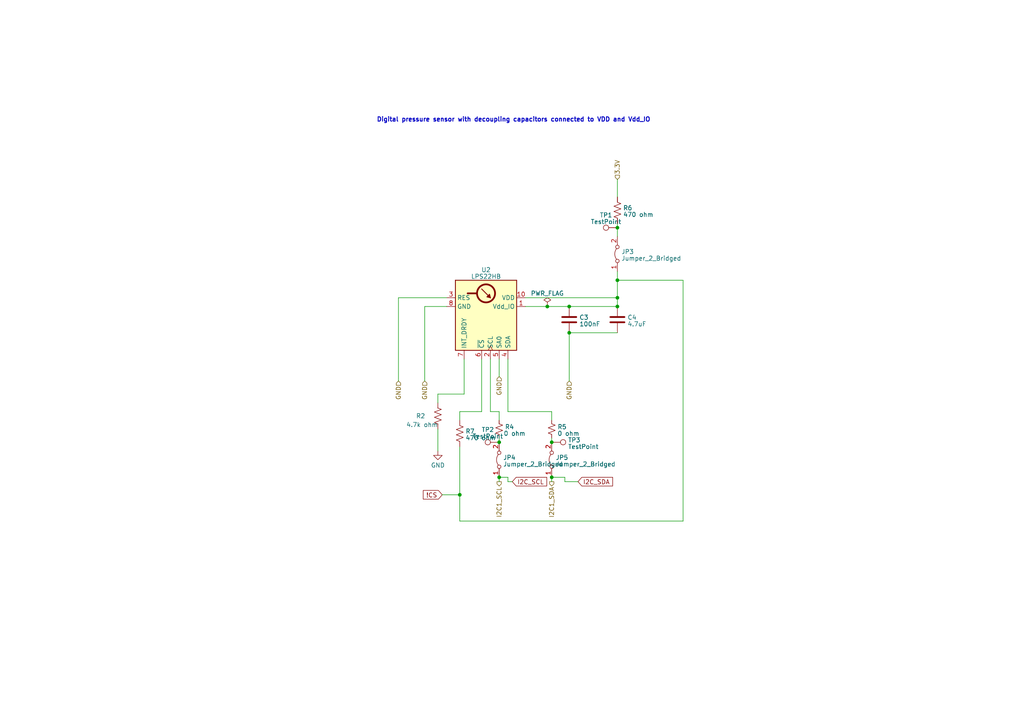
<source format=kicad_sch>
(kicad_sch (version 20230121) (generator eeschema)

  (uuid cfbae27c-98d6-4c7e-a49c-a8f7dd30e844)

  (paper "A4")

  (title_block
    (title "Pressure Sensor")
    (date "2023-03-20")
    (rev "v0.11")
    (company "University of Cape Town")
    (comment 4 "Author: Joachim Gengan")
  )

  (lib_symbols
    (symbol "Connector:TestPoint" (pin_numbers hide) (pin_names (offset 0.762) hide) (in_bom yes) (on_board yes)
      (property "Reference" "TP" (at 0 6.858 0)
        (effects (font (size 1.27 1.27)))
      )
      (property "Value" "TestPoint" (at 0 5.08 0)
        (effects (font (size 1.27 1.27)))
      )
      (property "Footprint" "" (at 5.08 0 0)
        (effects (font (size 1.27 1.27)) hide)
      )
      (property "Datasheet" "~" (at 5.08 0 0)
        (effects (font (size 1.27 1.27)) hide)
      )
      (property "ki_keywords" "test point tp" (at 0 0 0)
        (effects (font (size 1.27 1.27)) hide)
      )
      (property "ki_description" "test point" (at 0 0 0)
        (effects (font (size 1.27 1.27)) hide)
      )
      (property "ki_fp_filters" "Pin* Test*" (at 0 0 0)
        (effects (font (size 1.27 1.27)) hide)
      )
      (symbol "TestPoint_0_1"
        (circle (center 0 3.302) (radius 0.762)
          (stroke (width 0) (type default))
          (fill (type none))
        )
      )
      (symbol "TestPoint_1_1"
        (pin passive line (at 0 0 90) (length 2.54)
          (name "1" (effects (font (size 1.27 1.27))))
          (number "1" (effects (font (size 1.27 1.27))))
        )
      )
    )
    (symbol "Device:C" (pin_numbers hide) (pin_names (offset 0.254)) (in_bom yes) (on_board yes)
      (property "Reference" "C" (at 0.635 2.54 0)
        (effects (font (size 1.27 1.27)) (justify left))
      )
      (property "Value" "C" (at 0.635 -2.54 0)
        (effects (font (size 1.27 1.27)) (justify left))
      )
      (property "Footprint" "" (at 0.9652 -3.81 0)
        (effects (font (size 1.27 1.27)) hide)
      )
      (property "Datasheet" "~" (at 0 0 0)
        (effects (font (size 1.27 1.27)) hide)
      )
      (property "ki_keywords" "cap capacitor" (at 0 0 0)
        (effects (font (size 1.27 1.27)) hide)
      )
      (property "ki_description" "Unpolarized capacitor" (at 0 0 0)
        (effects (font (size 1.27 1.27)) hide)
      )
      (property "ki_fp_filters" "C_*" (at 0 0 0)
        (effects (font (size 1.27 1.27)) hide)
      )
      (symbol "C_0_1"
        (polyline
          (pts
            (xy -2.032 -0.762)
            (xy 2.032 -0.762)
          )
          (stroke (width 0.508) (type default))
          (fill (type none))
        )
        (polyline
          (pts
            (xy -2.032 0.762)
            (xy 2.032 0.762)
          )
          (stroke (width 0.508) (type default))
          (fill (type none))
        )
      )
      (symbol "C_1_1"
        (pin passive line (at 0 3.81 270) (length 2.794)
          (name "~" (effects (font (size 1.27 1.27))))
          (number "1" (effects (font (size 1.27 1.27))))
        )
        (pin passive line (at 0 -3.81 90) (length 2.794)
          (name "~" (effects (font (size 1.27 1.27))))
          (number "2" (effects (font (size 1.27 1.27))))
        )
      )
    )
    (symbol "Device:R_Small_US" (pin_numbers hide) (pin_names (offset 0.254) hide) (in_bom yes) (on_board yes)
      (property "Reference" "R" (at 0.762 0.508 0)
        (effects (font (size 1.27 1.27)) (justify left))
      )
      (property "Value" "R_Small_US" (at 0.762 -1.016 0)
        (effects (font (size 1.27 1.27)) (justify left))
      )
      (property "Footprint" "" (at 0 0 0)
        (effects (font (size 1.27 1.27)) hide)
      )
      (property "Datasheet" "~" (at 0 0 0)
        (effects (font (size 1.27 1.27)) hide)
      )
      (property "ki_keywords" "r resistor" (at 0 0 0)
        (effects (font (size 1.27 1.27)) hide)
      )
      (property "ki_description" "Resistor, small US symbol" (at 0 0 0)
        (effects (font (size 1.27 1.27)) hide)
      )
      (property "ki_fp_filters" "R_*" (at 0 0 0)
        (effects (font (size 1.27 1.27)) hide)
      )
      (symbol "R_Small_US_1_1"
        (polyline
          (pts
            (xy 0 0)
            (xy 1.016 -0.381)
            (xy 0 -0.762)
            (xy -1.016 -1.143)
            (xy 0 -1.524)
          )
          (stroke (width 0) (type default))
          (fill (type none))
        )
        (polyline
          (pts
            (xy 0 1.524)
            (xy 1.016 1.143)
            (xy 0 0.762)
            (xy -1.016 0.381)
            (xy 0 0)
          )
          (stroke (width 0) (type default))
          (fill (type none))
        )
        (pin passive line (at 0 2.54 270) (length 1.016)
          (name "~" (effects (font (size 1.27 1.27))))
          (number "1" (effects (font (size 1.27 1.27))))
        )
        (pin passive line (at 0 -2.54 90) (length 1.016)
          (name "~" (effects (font (size 1.27 1.27))))
          (number "2" (effects (font (size 1.27 1.27))))
        )
      )
    )
    (symbol "Device:R_US" (pin_numbers hide) (pin_names (offset 0)) (in_bom yes) (on_board yes)
      (property "Reference" "R" (at 2.54 0 90)
        (effects (font (size 1.27 1.27)))
      )
      (property "Value" "R_US" (at -2.54 0 90)
        (effects (font (size 1.27 1.27)))
      )
      (property "Footprint" "" (at 1.016 -0.254 90)
        (effects (font (size 1.27 1.27)) hide)
      )
      (property "Datasheet" "~" (at 0 0 0)
        (effects (font (size 1.27 1.27)) hide)
      )
      (property "ki_keywords" "R res resistor" (at 0 0 0)
        (effects (font (size 1.27 1.27)) hide)
      )
      (property "ki_description" "Resistor, US symbol" (at 0 0 0)
        (effects (font (size 1.27 1.27)) hide)
      )
      (property "ki_fp_filters" "R_*" (at 0 0 0)
        (effects (font (size 1.27 1.27)) hide)
      )
      (symbol "R_US_0_1"
        (polyline
          (pts
            (xy 0 -2.286)
            (xy 0 -2.54)
          )
          (stroke (width 0) (type default))
          (fill (type none))
        )
        (polyline
          (pts
            (xy 0 2.286)
            (xy 0 2.54)
          )
          (stroke (width 0) (type default))
          (fill (type none))
        )
        (polyline
          (pts
            (xy 0 -0.762)
            (xy 1.016 -1.143)
            (xy 0 -1.524)
            (xy -1.016 -1.905)
            (xy 0 -2.286)
          )
          (stroke (width 0) (type default))
          (fill (type none))
        )
        (polyline
          (pts
            (xy 0 0.762)
            (xy 1.016 0.381)
            (xy 0 0)
            (xy -1.016 -0.381)
            (xy 0 -0.762)
          )
          (stroke (width 0) (type default))
          (fill (type none))
        )
        (polyline
          (pts
            (xy 0 2.286)
            (xy 1.016 1.905)
            (xy 0 1.524)
            (xy -1.016 1.143)
            (xy 0 0.762)
          )
          (stroke (width 0) (type default))
          (fill (type none))
        )
      )
      (symbol "R_US_1_1"
        (pin passive line (at 0 3.81 270) (length 1.27)
          (name "~" (effects (font (size 1.27 1.27))))
          (number "1" (effects (font (size 1.27 1.27))))
        )
        (pin passive line (at 0 -3.81 90) (length 1.27)
          (name "~" (effects (font (size 1.27 1.27))))
          (number "2" (effects (font (size 1.27 1.27))))
        )
      )
    )
    (symbol "Jumper:Jumper_2_Bridged" (pin_names (offset 0) hide) (in_bom yes) (on_board yes)
      (property "Reference" "JP" (at 0 1.905 0)
        (effects (font (size 1.27 1.27)))
      )
      (property "Value" "Jumper_2_Bridged" (at 0 -2.54 0)
        (effects (font (size 1.27 1.27)))
      )
      (property "Footprint" "" (at 0 0 0)
        (effects (font (size 1.27 1.27)) hide)
      )
      (property "Datasheet" "~" (at 0 0 0)
        (effects (font (size 1.27 1.27)) hide)
      )
      (property "ki_keywords" "Jumper SPST" (at 0 0 0)
        (effects (font (size 1.27 1.27)) hide)
      )
      (property "ki_description" "Jumper, 2-pole, closed/bridged" (at 0 0 0)
        (effects (font (size 1.27 1.27)) hide)
      )
      (property "ki_fp_filters" "Jumper* TestPoint*2Pads* TestPoint*Bridge*" (at 0 0 0)
        (effects (font (size 1.27 1.27)) hide)
      )
      (symbol "Jumper_2_Bridged_0_0"
        (circle (center -2.032 0) (radius 0.508)
          (stroke (width 0) (type default))
          (fill (type none))
        )
        (circle (center 2.032 0) (radius 0.508)
          (stroke (width 0) (type default))
          (fill (type none))
        )
      )
      (symbol "Jumper_2_Bridged_0_1"
        (arc (start 1.524 0.254) (mid 0 0.762) (end -1.524 0.254)
          (stroke (width 0) (type default))
          (fill (type none))
        )
      )
      (symbol "Jumper_2_Bridged_1_1"
        (pin passive line (at -5.08 0 0) (length 2.54)
          (name "A" (effects (font (size 1.27 1.27))))
          (number "1" (effects (font (size 1.27 1.27))))
        )
        (pin passive line (at 5.08 0 180) (length 2.54)
          (name "B" (effects (font (size 1.27 1.27))))
          (number "2" (effects (font (size 1.27 1.27))))
        )
      )
    )
    (symbol "Sensor_Pressure:LPS22HB" (in_bom yes) (on_board yes)
      (property "Reference" "U" (at -11.43 1.27 0)
        (effects (font (size 1.27 1.27)) (justify right))
      )
      (property "Value" "LPS22HB" (at -11.43 -1.27 0)
        (effects (font (size 1.27 1.27)) (justify right))
      )
      (property "Footprint" "Package_LGA:ST_HLGA-10_2.5x2.5mm_P0.6mm_LayoutBorder3x2y" (at 1.27 -11.43 0)
        (effects (font (size 1.27 1.27)) (justify left) hide)
      )
      (property "Datasheet" "https://www.st.com/resource/en/datasheet/lps22hb.pdf" (at 1.27 -13.97 0)
        (effects (font (size 1.27 1.27)) (justify left) hide)
      )
      (property "ki_keywords" "mems absolute baromeeter spi i2c pressure" (at 0 0 0)
        (effects (font (size 1.27 1.27)) hide)
      )
      (property "ki_description" "MEMS nano pressure sensor, 260-1260 hPa, absolute digital output baromeeter, 24 bit, SPI, I2C, 0.0075 hPa noise rms, ST_HLGA-10L" (at 0 0 0)
        (effects (font (size 1.27 1.27)) hide)
      )
      (property "ki_fp_filters" "ST?HLGA*2.5x2.5mm*P0.6mm*LayoutBorder3x2y*" (at 0 0 0)
        (effects (font (size 1.27 1.27)) hide)
      )
      (symbol "LPS22HB_0_1"
        (rectangle (start -10.16 10.16) (end 10.16 -7.62)
          (stroke (width 0.254) (type default))
          (fill (type background))
        )
        (circle (center -6.35 1.27) (radius 2.6162)
          (stroke (width 0.508) (type default))
          (fill (type none))
        )
        (polyline
          (pts
            (xy -7.62 0)
            (xy -5.08 2.54)
          )
          (stroke (width 0.254) (type default))
          (fill (type none))
        )
        (polyline
          (pts
            (xy -6.35 -1.524)
            (xy -6.35 -4.064)
          )
          (stroke (width 0.508) (type default))
          (fill (type none))
        )
        (polyline
          (pts
            (xy -5.08 2.54)
            (xy -5.334 1.524)
            (xy -6.096 2.286)
            (xy -5.08 2.54)
          )
          (stroke (width 0.254) (type default))
          (fill (type outline))
        )
      )
      (symbol "LPS22HB_1_1"
        (pin power_in line (at -2.54 12.7 270) (length 2.54)
          (name "Vdd_IO" (effects (font (size 1.27 1.27))))
          (number "1" (effects (font (size 1.27 1.27))))
        )
        (pin power_in line (at -5.08 12.7 270) (length 2.54)
          (name "VDD" (effects (font (size 1.27 1.27))))
          (number "10" (effects (font (size 1.27 1.27))))
        )
        (pin input clock (at 12.7 2.54 180) (length 2.54)
          (name "SCL" (effects (font (size 1.27 1.27))))
          (number "2" (effects (font (size 1.27 1.27))))
          (alternate "SPC" input clock)
        )
        (pin passive line (at -5.08 -10.16 90) (length 2.54)
          (name "RES" (effects (font (size 1.27 1.27))))
          (number "3" (effects (font (size 1.27 1.27))))
        )
        (pin bidirectional line (at 12.7 7.62 180) (length 2.54)
          (name "SDA" (effects (font (size 1.27 1.27))))
          (number "4" (effects (font (size 1.27 1.27))))
          (alternate "SDI" input line)
          (alternate "SDI/SDO" bidirectional line)
        )
        (pin input line (at 12.7 5.08 180) (length 2.54)
          (name "SA0" (effects (font (size 1.27 1.27))))
          (number "5" (effects (font (size 1.27 1.27))))
          (alternate "SDO" output line)
        )
        (pin input line (at 12.7 0 180) (length 2.54)
          (name "~{CS}" (effects (font (size 1.27 1.27))))
          (number "6" (effects (font (size 1.27 1.27))))
        )
        (pin output line (at 12.7 -5.08 180) (length 2.54)
          (name "INT_DRDY" (effects (font (size 1.27 1.27))))
          (number "7" (effects (font (size 1.27 1.27))))
        )
        (pin power_in line (at -2.54 -10.16 90) (length 2.54)
          (name "GND" (effects (font (size 1.27 1.27))))
          (number "8" (effects (font (size 1.27 1.27))))
        )
        (pin passive line (at -2.54 -10.16 90) (length 2.54) hide
          (name "GND" (effects (font (size 1.27 1.27))))
          (number "9" (effects (font (size 1.27 1.27))))
        )
      )
    )
    (symbol "power:GND" (power) (pin_names (offset 0)) (in_bom yes) (on_board yes)
      (property "Reference" "#PWR" (at 0 -6.35 0)
        (effects (font (size 1.27 1.27)) hide)
      )
      (property "Value" "GND" (at 0 -3.81 0)
        (effects (font (size 1.27 1.27)))
      )
      (property "Footprint" "" (at 0 0 0)
        (effects (font (size 1.27 1.27)) hide)
      )
      (property "Datasheet" "" (at 0 0 0)
        (effects (font (size 1.27 1.27)) hide)
      )
      (property "ki_keywords" "global power" (at 0 0 0)
        (effects (font (size 1.27 1.27)) hide)
      )
      (property "ki_description" "Power symbol creates a global label with name \"GND\" , ground" (at 0 0 0)
        (effects (font (size 1.27 1.27)) hide)
      )
      (symbol "GND_0_1"
        (polyline
          (pts
            (xy 0 0)
            (xy 0 -1.27)
            (xy 1.27 -1.27)
            (xy 0 -2.54)
            (xy -1.27 -1.27)
            (xy 0 -1.27)
          )
          (stroke (width 0) (type default))
          (fill (type none))
        )
      )
      (symbol "GND_1_1"
        (pin power_in line (at 0 0 270) (length 0) hide
          (name "GND" (effects (font (size 1.27 1.27))))
          (number "1" (effects (font (size 1.27 1.27))))
        )
      )
    )
    (symbol "power:PWR_FLAG" (power) (pin_numbers hide) (pin_names (offset 0) hide) (in_bom yes) (on_board yes)
      (property "Reference" "#FLG" (at 0 1.905 0)
        (effects (font (size 1.27 1.27)) hide)
      )
      (property "Value" "PWR_FLAG" (at 0 3.81 0)
        (effects (font (size 1.27 1.27)))
      )
      (property "Footprint" "" (at 0 0 0)
        (effects (font (size 1.27 1.27)) hide)
      )
      (property "Datasheet" "~" (at 0 0 0)
        (effects (font (size 1.27 1.27)) hide)
      )
      (property "ki_keywords" "flag power" (at 0 0 0)
        (effects (font (size 1.27 1.27)) hide)
      )
      (property "ki_description" "Special symbol for telling ERC where power comes from" (at 0 0 0)
        (effects (font (size 1.27 1.27)) hide)
      )
      (symbol "PWR_FLAG_0_0"
        (pin power_out line (at 0 0 90) (length 0)
          (name "pwr" (effects (font (size 1.27 1.27))))
          (number "1" (effects (font (size 1.27 1.27))))
        )
      )
      (symbol "PWR_FLAG_0_1"
        (polyline
          (pts
            (xy 0 0)
            (xy 0 1.27)
            (xy -1.016 1.905)
            (xy 0 2.54)
            (xy 1.016 1.905)
            (xy 0 1.27)
          )
          (stroke (width 0) (type default))
          (fill (type none))
        )
      )
    )
  )


  (junction (at 160.02 128.27) (diameter 0) (color 0 0 0 0)
    (uuid 0b40a272-0b0e-4500-8075-27ed33ea8c4c)
  )
  (junction (at 165.1 88.9) (diameter 0) (color 0 0 0 0)
    (uuid 1539e97f-dfd9-4ff1-bd29-df2b452b68e2)
  )
  (junction (at 133.35 143.51) (diameter 0) (color 0 0 0 0)
    (uuid 48dbe074-06c7-44e1-a1b3-d16aea7b4928)
  )
  (junction (at 179.07 88.9) (diameter 0) (color 0 0 0 0)
    (uuid 497646f2-b2b7-4eeb-97ad-68a12b98660f)
  )
  (junction (at 179.07 66.04) (diameter 0) (color 0 0 0 0)
    (uuid 7d014ebd-af1d-4b6a-b451-6078c905e226)
  )
  (junction (at 144.78 128.27) (diameter 0) (color 0 0 0 0)
    (uuid 9e5a6c4a-f34f-4ffc-a3da-b472720b6f60)
  )
  (junction (at 179.07 86.36) (diameter 0) (color 0 0 0 0)
    (uuid 9ef8ba56-3553-4766-a6f1-e6f295b3dc69)
  )
  (junction (at 160.02 138.43) (diameter 0) (color 0 0 0 0)
    (uuid ae6f55ff-115b-474b-ab0b-848adf9671e0)
  )
  (junction (at 158.75 88.9) (diameter 0) (color 0 0 0 0)
    (uuid b7253418-ceb0-45eb-b6e1-b772de90e2da)
  )
  (junction (at 179.07 81.28) (diameter 0) (color 0 0 0 0)
    (uuid c032991d-2229-4740-975c-3e973204ba4e)
  )
  (junction (at 144.78 138.43) (diameter 0) (color 0 0 0 0)
    (uuid d44c5d69-9d87-46dd-aa13-a5e5b4fb4c94)
  )
  (junction (at 165.1 96.52) (diameter 0) (color 0 0 0 0)
    (uuid fc0e16be-96a0-43c3-be72-ff5bc718ae0f)
  )

  (wire (pts (xy 165.1 96.52) (xy 165.1 110.49))
    (stroke (width 0) (type default))
    (uuid 0b142bc0-d8cf-4d8e-abd3-e56d04f068de)
  )
  (wire (pts (xy 129.54 88.9) (xy 123.19 88.9))
    (stroke (width 0) (type default))
    (uuid 10175b7d-c596-4d91-88ad-7af45cac45af)
  )
  (wire (pts (xy 198.12 81.28) (xy 198.12 151.13))
    (stroke (width 0) (type default))
    (uuid 13e5438b-defe-4606-b483-98245a3f5fee)
  )
  (wire (pts (xy 152.4 88.9) (xy 158.75 88.9))
    (stroke (width 0) (type default))
    (uuid 159148ab-e725-4894-a412-f7064f1cf60b)
  )
  (wire (pts (xy 127 124.46) (xy 127 130.81))
    (stroke (width 0) (type default))
    (uuid 1dbbf0a0-c42d-48a2-a735-f0ca7f8d5fca)
  )
  (wire (pts (xy 160.02 127) (xy 160.02 128.27))
    (stroke (width 0) (type default))
    (uuid 20627b45-7c13-4c53-99b5-7f927c6b11d3)
  )
  (wire (pts (xy 128.27 143.51) (xy 133.35 143.51))
    (stroke (width 0) (type default))
    (uuid 24c8be36-d9a1-4be8-b78d-8a8dafccccfc)
  )
  (wire (pts (xy 123.19 88.9) (xy 123.19 110.49))
    (stroke (width 0) (type default))
    (uuid 265e8514-d355-4477-b0d1-d6e620caceb6)
  )
  (wire (pts (xy 179.07 66.04) (xy 179.07 68.58))
    (stroke (width 0) (type default))
    (uuid 29873fc6-d98a-4bd5-91c4-8b9ecf2b2688)
  )
  (wire (pts (xy 179.07 52.07) (xy 179.07 57.15))
    (stroke (width 0) (type default))
    (uuid 2a8d4a58-57b6-46c1-994c-360afd7e3cc0)
  )
  (wire (pts (xy 147.32 104.14) (xy 147.32 119.38))
    (stroke (width 0) (type default))
    (uuid 2bda5773-18a1-439b-8ca4-85fb1664962d)
  )
  (wire (pts (xy 133.35 119.38) (xy 139.7 119.38))
    (stroke (width 0) (type default))
    (uuid 3427e046-920f-4c45-a205-0b6fdc0dc2dd)
  )
  (wire (pts (xy 165.1 88.9) (xy 179.07 88.9))
    (stroke (width 0) (type default))
    (uuid 35354f51-7825-4711-83e9-cf842acd5961)
  )
  (wire (pts (xy 144.78 138.43) (xy 147.32 138.43))
    (stroke (width 0) (type default))
    (uuid 3897baa0-a308-42ef-a732-ee822d6b492c)
  )
  (wire (pts (xy 139.7 104.14) (xy 139.7 119.38))
    (stroke (width 0) (type default))
    (uuid 397acda0-3206-45ed-8ae8-95d65e4b37ce)
  )
  (wire (pts (xy 152.4 86.36) (xy 179.07 86.36))
    (stroke (width 0) (type default))
    (uuid 3af5dfbe-a42a-45a4-83f4-245a6a931a44)
  )
  (wire (pts (xy 158.75 88.9) (xy 165.1 88.9))
    (stroke (width 0) (type default))
    (uuid 3e5864cc-d481-475c-9597-96d36b826719)
  )
  (wire (pts (xy 160.02 138.43) (xy 163.83 138.43))
    (stroke (width 0) (type default))
    (uuid 3fe9f5b7-37b2-4e2f-aceb-751d8c5176f7)
  )
  (wire (pts (xy 133.35 129.54) (xy 133.35 143.51))
    (stroke (width 0) (type default))
    (uuid 46f705be-c714-4a3f-ab11-ae3adf34229a)
  )
  (wire (pts (xy 133.35 143.51) (xy 133.35 151.13))
    (stroke (width 0) (type default))
    (uuid 49b61153-9599-4589-bea9-3deeab1a0ed0)
  )
  (wire (pts (xy 129.54 86.36) (xy 115.57 86.36))
    (stroke (width 0) (type default))
    (uuid 4d155507-fdfd-4315-8eff-1f6ab0e93953)
  )
  (wire (pts (xy 144.78 127) (xy 144.78 128.27))
    (stroke (width 0) (type default))
    (uuid 4ffe3cb3-cd39-4050-8399-5460ddee13eb)
  )
  (wire (pts (xy 179.07 78.74) (xy 179.07 81.28))
    (stroke (width 0) (type default))
    (uuid 5076b2f4-f26b-49b7-b5db-4d1160410b3b)
  )
  (wire (pts (xy 179.07 81.28) (xy 198.12 81.28))
    (stroke (width 0) (type default))
    (uuid 5e101ebc-dde0-4660-8dde-a9aea91bd7e6)
  )
  (wire (pts (xy 147.32 139.7) (xy 148.59 139.7))
    (stroke (width 0) (type default))
    (uuid 700c1ae6-9480-41d0-9a89-29fe1183d699)
  )
  (wire (pts (xy 133.35 151.13) (xy 198.12 151.13))
    (stroke (width 0) (type default))
    (uuid 79931079-5698-41b1-8797-27a4eea1fc66)
  )
  (wire (pts (xy 127 114.3) (xy 134.62 114.3))
    (stroke (width 0) (type default))
    (uuid 80988b4d-2dca-411c-a83f-a979a2b55ae3)
  )
  (wire (pts (xy 147.32 119.38) (xy 160.02 119.38))
    (stroke (width 0) (type default))
    (uuid 8b0d100e-e10e-4240-bd22-0a064fac2761)
  )
  (wire (pts (xy 115.57 86.36) (xy 115.57 110.49))
    (stroke (width 0) (type default))
    (uuid 943e098a-d660-40e6-ab2c-661347a152c3)
  )
  (wire (pts (xy 144.78 138.43) (xy 144.78 139.7))
    (stroke (width 0) (type default))
    (uuid 9af13709-c236-44ca-8154-98e367f7aad0)
  )
  (wire (pts (xy 144.78 104.14) (xy 144.78 109.22))
    (stroke (width 0) (type default))
    (uuid a20b5a18-52a8-4c7c-bc24-2b376bd74997)
  )
  (wire (pts (xy 142.24 104.14) (xy 142.24 119.38))
    (stroke (width 0) (type default))
    (uuid b5da7261-1cc2-4b11-91f6-437d969a964b)
  )
  (wire (pts (xy 127 116.84) (xy 127 114.3))
    (stroke (width 0) (type default))
    (uuid bd383895-681f-43da-acf8-b1f48ae39acc)
  )
  (wire (pts (xy 133.35 119.38) (xy 133.35 121.92))
    (stroke (width 0) (type default))
    (uuid bff9957d-90b4-4167-951b-46a2220d1338)
  )
  (wire (pts (xy 134.62 104.14) (xy 134.62 114.3))
    (stroke (width 0) (type default))
    (uuid c4dd1ce5-5bf3-4cf1-aa1b-0e34054d9f98)
  )
  (wire (pts (xy 179.07 81.28) (xy 179.07 86.36))
    (stroke (width 0) (type default))
    (uuid c79f0a61-0cfd-4da5-bf55-bd7b1fd12829)
  )
  (wire (pts (xy 147.32 138.43) (xy 147.32 139.7))
    (stroke (width 0) (type default))
    (uuid cde98dc8-2101-45f7-8f13-c6c0250b7448)
  )
  (wire (pts (xy 163.83 139.7) (xy 167.64 139.7))
    (stroke (width 0) (type default))
    (uuid d16fb538-1612-437b-b5dd-5cbf557bb21b)
  )
  (wire (pts (xy 160.02 119.38) (xy 160.02 121.92))
    (stroke (width 0) (type default))
    (uuid da985fdd-2660-4a79-a03c-4560ee8746a6)
  )
  (wire (pts (xy 179.07 64.77) (xy 179.07 66.04))
    (stroke (width 0) (type default))
    (uuid e02c6bdc-ee30-4f8a-bdbc-f8933503b92f)
  )
  (wire (pts (xy 144.78 119.38) (xy 144.78 121.92))
    (stroke (width 0) (type default))
    (uuid e1920809-70af-46b9-af9f-0521f0333646)
  )
  (wire (pts (xy 165.1 96.52) (xy 179.07 96.52))
    (stroke (width 0) (type default))
    (uuid f0dae27e-2060-490e-8d77-4af4eabe4767)
  )
  (wire (pts (xy 142.24 119.38) (xy 144.78 119.38))
    (stroke (width 0) (type default))
    (uuid f0f1bb0f-dbb8-4f11-9586-6e35d46347a9)
  )
  (wire (pts (xy 179.07 86.36) (xy 179.07 88.9))
    (stroke (width 0) (type default))
    (uuid f207f9e8-42ba-42d2-b910-3758aa812868)
  )
  (wire (pts (xy 163.83 138.43) (xy 163.83 139.7))
    (stroke (width 0) (type default))
    (uuid f9bdb53a-7751-427d-afbe-c38bf6499f37)
  )
  (wire (pts (xy 160.02 138.43) (xy 160.02 139.7))
    (stroke (width 0) (type default))
    (uuid ffe018ed-b358-4e52-8049-96472fe76f98)
  )

  (text "Digital pressure sensor with decoupling capacitors connected to VDD and Vdd_IO\n"
    (at 109.22 35.56 0)
    (effects (font (size 1.27 1.27) (thickness 0.254) bold) (justify left bottom))
    (uuid 8b46911d-1353-48f4-b11d-9e06af943e89)
  )

  (global_label "!CS" (shape input) (at 128.27 143.51 180) (fields_autoplaced)
    (effects (font (size 1.27 1.27)) (justify right))
    (uuid 2fc98569-ad26-4116-9937-57b98f22dc66)
    (property "Intersheetrefs" "${INTERSHEET_REFS}" (at 122.9341 143.51 0)
      (effects (font (size 1.27 1.27)) (justify right) hide)
    )
  )
  (global_label "I2C_SCL" (shape input) (at 148.59 139.7 0) (fields_autoplaced)
    (effects (font (size 1.27 1.27)) (justify left))
    (uuid 4f3a1ba0-d3dc-49c6-9ca5-d91f541d1e87)
    (property "Intersheetrefs" "${INTERSHEET_REFS}" (at 158.4011 139.7 0)
      (effects (font (size 1.27 1.27)) (justify left) hide)
    )
  )
  (global_label "I2C_SDA" (shape input) (at 167.64 139.7 0) (fields_autoplaced)
    (effects (font (size 1.27 1.27)) (justify left))
    (uuid f3f635f3-0ddb-4642-8d60-a7ea39a42859)
    (property "Intersheetrefs" "${INTERSHEET_REFS}" (at 177.5116 139.7 0)
      (effects (font (size 1.27 1.27)) (justify left) hide)
    )
  )

  (hierarchical_label "GND" (shape input) (at 144.78 109.22 270) (fields_autoplaced)
    (effects (font (size 1.27 1.27)) (justify right))
    (uuid 2873433d-14df-4c95-880b-b942e8997bfc)
  )
  (hierarchical_label "I2C1_SDA" (shape output) (at 160.02 139.7 270) (fields_autoplaced)
    (effects (font (size 1.27 1.27)) (justify right))
    (uuid 35ad67eb-13a0-432f-9951-9a1e814a312a)
  )
  (hierarchical_label "GND" (shape input) (at 115.57 110.49 270) (fields_autoplaced)
    (effects (font (size 1.27 1.27)) (justify right))
    (uuid 4174552d-5d5a-4029-857b-f3090494a208)
  )
  (hierarchical_label "GND" (shape input) (at 123.19 110.49 270) (fields_autoplaced)
    (effects (font (size 1.27 1.27)) (justify right))
    (uuid b85ed94a-c20e-4e23-9651-160efb1c4116)
  )
  (hierarchical_label "3.3V" (shape input) (at 179.07 52.07 90) (fields_autoplaced)
    (effects (font (size 1.27 1.27)) (justify left))
    (uuid bdb8a3d1-344a-4941-9e6d-ba6365f4078a)
  )
  (hierarchical_label "GND" (shape input) (at 165.1 110.49 270) (fields_autoplaced)
    (effects (font (size 1.27 1.27)) (justify right))
    (uuid e351fe60-109b-4caa-9f0d-cbd269eb2c56)
  )
  (hierarchical_label "I2C1_SCL" (shape output) (at 144.78 139.7 270) (fields_autoplaced)
    (effects (font (size 1.27 1.27)) (justify right))
    (uuid e5e9fb95-e2d1-4c58-9122-bf8529682194)
  )

  (symbol (lib_id "Jumper:Jumper_2_Bridged") (at 144.78 133.35 90) (unit 1)
    (in_bom yes) (on_board yes) (dnp no) (fields_autoplaced)
    (uuid 0599d41d-57ae-4bcb-906a-9170e0d80c66)
    (property "Reference" "JP4" (at 145.923 132.7063 90)
      (effects (font (size 1.27 1.27)) (justify right))
    )
    (property "Value" "Jumper_2_Bridged" (at 145.923 134.6273 90)
      (effects (font (size 1.27 1.27)) (justify right))
    )
    (property "Footprint" "Jumper:SolderJumper-2_P1.3mm_Bridged2Bar_Pad1.0x1.5mm" (at 144.78 133.35 0)
      (effects (font (size 1.27 1.27)) hide)
    )
    (property "Datasheet" "~" (at 144.78 133.35 0)
      (effects (font (size 1.27 1.27)) hide)
    )
    (pin "1" (uuid a1219931-d2f5-40f7-8978-7dcb481668ff))
    (pin "2" (uuid f6fe4596-d8e7-4ae0-ba9f-10c6914ba704))
    (instances
      (project "main_v0.6"
        (path "/fb343421-d6b0-4cce-ac68-099621c469ba/00000000-0000-0000-0000-00006404a750"
          (reference "JP4") (unit 1)
        )
      )
    )
  )

  (symbol (lib_id "Device:C") (at 179.07 92.71 0) (unit 1)
    (in_bom yes) (on_board yes) (dnp no) (fields_autoplaced)
    (uuid 122ec4c5-f3a5-42a3-b61a-b5a43444da18)
    (property "Reference" "C4" (at 181.991 92.0663 0)
      (effects (font (size 1.27 1.27)) (justify left))
    )
    (property "Value" "4.7uF" (at 181.991 93.9873 0)
      (effects (font (size 1.27 1.27)) (justify left))
    )
    (property "Footprint" "Capacitor_SMD:C_0805_2012Metric" (at 180.0352 96.52 0)
      (effects (font (size 1.27 1.27)) hide)
    )
    (property "Datasheet" "~" (at 179.07 92.71 0)
      (effects (font (size 1.27 1.27)) hide)
    )
    (property "Cost Per unit" "US$0.0112" (at 179.07 92.71 0)
      (effects (font (size 1.27 1.27)) hide)
    )
    (property "JLC Part Number" "C1779" (at 179.07 92.71 0)
      (effects (font (size 1.27 1.27)) hide)
    )
    (property "Total Cost" "US$0.0112" (at 179.07 92.71 0)
      (effects (font (size 1.27 1.27)) hide)
    )
    (pin "1" (uuid fcac6653-48af-4577-b13b-04a89b0fe844))
    (pin "2" (uuid 95927f1e-637b-4bd7-8611-67f3d19ae2ab))
    (instances
      (project "main_v0.6"
        (path "/fb343421-d6b0-4cce-ac68-099621c469ba/00000000-0000-0000-0000-00006404a750"
          (reference "C4") (unit 1)
        )
      )
    )
  )

  (symbol (lib_id "Device:R_Small_US") (at 144.78 124.46 0) (unit 1)
    (in_bom yes) (on_board yes) (dnp no)
    (uuid 1541bd8b-05ef-40a9-990f-2a9040f8d617)
    (property "Reference" "R4" (at 146.431 123.8163 0)
      (effects (font (size 1.27 1.27)) (justify left))
    )
    (property "Value" "0 ohm" (at 146.05 125.73 0)
      (effects (font (size 1.27 1.27)) (justify left))
    )
    (property "Footprint" "Resistor_SMD:R_0603_1608Metric" (at 144.78 124.46 0)
      (effects (font (size 1.27 1.27)) hide)
    )
    (property "Datasheet" "~" (at 144.78 124.46 0)
      (effects (font (size 1.27 1.27)) hide)
    )
    (property "Cost Per unit" "US$0.0005" (at 144.78 124.46 0)
      (effects (font (size 1.27 1.27)) hide)
    )
    (property "JLC Part Number" "NA" (at 144.78 124.46 0)
      (effects (font (size 1.27 1.27)) hide)
    )
    (property "Total Cost" "US$0.0015" (at 144.78 124.46 0)
      (effects (font (size 1.27 1.27)) hide)
    )
    (pin "1" (uuid 72aba36b-7bfc-43e5-98ff-4bcc2f2fc753))
    (pin "2" (uuid a8e2e62c-08f2-4c96-ac6e-81d0fb208b5a))
    (instances
      (project "main_v0.6"
        (path "/fb343421-d6b0-4cce-ac68-099621c469ba/00000000-0000-0000-0000-00006404a750"
          (reference "R4") (unit 1)
        )
      )
    )
  )

  (symbol (lib_id "Jumper:Jumper_2_Bridged") (at 179.07 73.66 90) (unit 1)
    (in_bom yes) (on_board yes) (dnp no) (fields_autoplaced)
    (uuid 1a1a5b0c-f037-4918-9c59-f0c922f2293d)
    (property "Reference" "JP3" (at 180.213 73.0163 90)
      (effects (font (size 1.27 1.27)) (justify right))
    )
    (property "Value" "Jumper_2_Bridged" (at 180.213 74.9373 90)
      (effects (font (size 1.27 1.27)) (justify right))
    )
    (property "Footprint" "Jumper:SolderJumper-2_P1.3mm_Bridged2Bar_Pad1.0x1.5mm" (at 179.07 73.66 0)
      (effects (font (size 1.27 1.27)) hide)
    )
    (property "Datasheet" "~" (at 179.07 73.66 0)
      (effects (font (size 1.27 1.27)) hide)
    )
    (pin "1" (uuid fe6d389e-b751-4ba0-9275-56534d68330c))
    (pin "2" (uuid 8796ec77-fb41-4066-b307-e92ac58c0812))
    (instances
      (project "main_v0.6"
        (path "/fb343421-d6b0-4cce-ac68-099621c469ba/00000000-0000-0000-0000-00006404a750"
          (reference "JP3") (unit 1)
        )
      )
    )
  )

  (symbol (lib_id "Device:R_Small_US") (at 160.02 124.46 0) (unit 1)
    (in_bom yes) (on_board yes) (dnp no) (fields_autoplaced)
    (uuid 3021662f-37f7-4fbf-966a-54f08074391a)
    (property "Reference" "R5" (at 161.671 123.8163 0)
      (effects (font (size 1.27 1.27)) (justify left))
    )
    (property "Value" "0 ohm" (at 161.671 125.7373 0)
      (effects (font (size 1.27 1.27)) (justify left))
    )
    (property "Footprint" "Resistor_SMD:R_0603_1608Metric" (at 160.02 124.46 0)
      (effects (font (size 1.27 1.27)) hide)
    )
    (property "Datasheet" "~" (at 160.02 124.46 0)
      (effects (font (size 1.27 1.27)) hide)
    )
    (property "Cost Per unit" "US$0.0005" (at 160.02 124.46 0)
      (effects (font (size 1.27 1.27)) hide)
    )
    (property "JLC Part Number" "NA" (at 160.02 124.46 0)
      (effects (font (size 1.27 1.27)) hide)
    )
    (property "Total Cost" "US$0.0015" (at 160.02 124.46 0)
      (effects (font (size 1.27 1.27)) hide)
    )
    (pin "1" (uuid e892fa8f-1f0b-414f-8fd6-694b69794069))
    (pin "2" (uuid 4c2fa48c-c3ba-4a80-92ea-6e2320ec6222))
    (instances
      (project "main_v0.6"
        (path "/fb343421-d6b0-4cce-ac68-099621c469ba/00000000-0000-0000-0000-00006404a750"
          (reference "R5") (unit 1)
        )
      )
    )
  )

  (symbol (lib_id "Device:C") (at 165.1 92.71 0) (unit 1)
    (in_bom yes) (on_board yes) (dnp no) (fields_autoplaced)
    (uuid 3825a049-6db6-441a-9c6a-bff2863c47ff)
    (property "Reference" "C3" (at 168.021 92.0663 0)
      (effects (font (size 1.27 1.27)) (justify left))
    )
    (property "Value" "100nF" (at 168.021 93.9873 0)
      (effects (font (size 1.27 1.27)) (justify left))
    )
    (property "Footprint" "Capacitor_SMD:C_0805_2012Metric" (at 166.0652 96.52 0)
      (effects (font (size 1.27 1.27)) hide)
    )
    (property "Datasheet" "~" (at 165.1 92.71 0)
      (effects (font (size 1.27 1.27)) hide)
    )
    (property "Cost Per unit" "US$0.0068" (at 165.1 92.71 0)
      (effects (font (size 1.27 1.27)) hide)
    )
    (property "JLC Part Number" "C307331" (at 165.1 92.71 0)
      (effects (font (size 1.27 1.27)) hide)
    )
    (property "Total Cost" "US$0.0068" (at 165.1 92.71 0)
      (effects (font (size 1.27 1.27)) hide)
    )
    (pin "1" (uuid 15e6be8b-ad42-434b-b8d9-f6c4473f303f))
    (pin "2" (uuid 21e76097-3823-4369-89dc-d5a469564c7d))
    (instances
      (project "main_v0.6"
        (path "/fb343421-d6b0-4cce-ac68-099621c469ba/00000000-0000-0000-0000-00006404a750"
          (reference "C3") (unit 1)
        )
      )
    )
  )

  (symbol (lib_id "Connector:TestPoint") (at 179.07 66.04 90) (unit 1)
    (in_bom yes) (on_board yes) (dnp no) (fields_autoplaced)
    (uuid 495b53ae-c11a-4f9f-8a0e-614f8b0e303f)
    (property "Reference" "TP1" (at 175.768 62.3951 90)
      (effects (font (size 1.27 1.27)))
    )
    (property "Value" "TestPoint" (at 175.768 64.3161 90)
      (effects (font (size 1.27 1.27)))
    )
    (property "Footprint" "TestPoint:TestPoint_Pad_D1.5mm" (at 179.07 60.96 0)
      (effects (font (size 1.27 1.27)) hide)
    )
    (property "Datasheet" "~" (at 179.07 60.96 0)
      (effects (font (size 1.27 1.27)) hide)
    )
    (pin "1" (uuid a3c9a512-cafa-4f73-96ff-63bcc9e18dbd))
    (instances
      (project "main_v0.6"
        (path "/fb343421-d6b0-4cce-ac68-099621c469ba/00000000-0000-0000-0000-00006404a750"
          (reference "TP1") (unit 1)
        )
      )
    )
  )

  (symbol (lib_id "Connector:TestPoint") (at 160.02 128.27 270) (unit 1)
    (in_bom yes) (on_board yes) (dnp no) (fields_autoplaced)
    (uuid 8249d270-a762-4814-9c13-bf674f00633f)
    (property "Reference" "TP3" (at 164.719 127.6263 90)
      (effects (font (size 1.27 1.27)) (justify left))
    )
    (property "Value" "TestPoint" (at 164.719 129.5473 90)
      (effects (font (size 1.27 1.27)) (justify left))
    )
    (property "Footprint" "TestPoint:TestPoint_Pad_D1.5mm" (at 160.02 133.35 0)
      (effects (font (size 1.27 1.27)) hide)
    )
    (property "Datasheet" "~" (at 160.02 133.35 0)
      (effects (font (size 1.27 1.27)) hide)
    )
    (pin "1" (uuid 444e7a41-9ce5-459c-ac9c-91436ceac2b3))
    (instances
      (project "main_v0.6"
        (path "/fb343421-d6b0-4cce-ac68-099621c469ba/00000000-0000-0000-0000-00006404a750"
          (reference "TP3") (unit 1)
        )
      )
    )
  )

  (symbol (lib_id "power:GND") (at 127 130.81 0) (unit 1)
    (in_bom yes) (on_board yes) (dnp no) (fields_autoplaced)
    (uuid 8902e438-a7f3-4499-ab90-c2a1295e5455)
    (property "Reference" "#PWR05" (at 127 137.16 0)
      (effects (font (size 1.27 1.27)) hide)
    )
    (property "Value" "GND" (at 127 134.9455 0)
      (effects (font (size 1.27 1.27)))
    )
    (property "Footprint" "" (at 127 130.81 0)
      (effects (font (size 1.27 1.27)) hide)
    )
    (property "Datasheet" "" (at 127 130.81 0)
      (effects (font (size 1.27 1.27)) hide)
    )
    (pin "1" (uuid e588f52b-6bdb-4fbe-b46e-7270fdcf941c))
    (instances
      (project "main_v0.6"
        (path "/fb343421-d6b0-4cce-ac68-099621c469ba/00000000-0000-0000-0000-00006404a750"
          (reference "#PWR05") (unit 1)
        )
      )
    )
  )

  (symbol (lib_id "Device:R_US") (at 179.07 60.96 0) (unit 1)
    (in_bom yes) (on_board yes) (dnp no)
    (uuid ab509f74-12cd-44ac-a19d-c669a0ac0086)
    (property "Reference" "R6" (at 180.721 60.3163 0)
      (effects (font (size 1.27 1.27)) (justify left))
    )
    (property "Value" "470 ohm" (at 180.721 62.2373 0)
      (effects (font (size 1.27 1.27)) (justify left))
    )
    (property "Footprint" "Resistor_SMD:R_0603_1608Metric" (at 180.086 61.214 90)
      (effects (font (size 1.27 1.27)) hide)
    )
    (property "Datasheet" "~" (at 179.07 60.96 0)
      (effects (font (size 1.27 1.27)) hide)
    )
    (property "Cost Per unit" "US$0.0005" (at 179.07 60.96 0)
      (effects (font (size 1.27 1.27)) hide)
    )
    (property "JLC Part Number" "C25118" (at 179.07 60.96 0)
      (effects (font (size 1.27 1.27)) hide)
    )
    (property "Total Cost" "US$0.0015" (at 179.07 60.96 0)
      (effects (font (size 1.27 1.27)) hide)
    )
    (pin "1" (uuid b4c4d8c0-bdbb-4ac0-8997-acf6c8aa8a12))
    (pin "2" (uuid 84050f0c-b0f7-4a8a-80b8-993abdc2ffa0))
    (instances
      (project "main_v0.6"
        (path "/fb343421-d6b0-4cce-ac68-099621c469ba/00000000-0000-0000-0000-00006404a750"
          (reference "R6") (unit 1)
        )
      )
    )
  )

  (symbol (lib_id "Device:R_US") (at 133.35 125.73 0) (unit 1)
    (in_bom yes) (on_board yes) (dnp no) (fields_autoplaced)
    (uuid cab12aee-b522-410b-9d56-7a57400e046e)
    (property "Reference" "R7" (at 135.001 125.0863 0)
      (effects (font (size 1.27 1.27)) (justify left))
    )
    (property "Value" "470 ohm" (at 135.001 127.0073 0)
      (effects (font (size 1.27 1.27)) (justify left))
    )
    (property "Footprint" "Resistor_SMD:R_0603_1608Metric" (at 134.366 125.984 90)
      (effects (font (size 1.27 1.27)) hide)
    )
    (property "Datasheet" "~" (at 133.35 125.73 0)
      (effects (font (size 1.27 1.27)) hide)
    )
    (property "Cost Per unit" "US$0.0005" (at 133.35 125.73 0)
      (effects (font (size 1.27 1.27)) hide)
    )
    (property "JLC Part Number" "C25118" (at 133.35 125.73 0)
      (effects (font (size 1.27 1.27)) hide)
    )
    (property "Total Cost" "US$0.0015" (at 133.35 125.73 0)
      (effects (font (size 1.27 1.27)) hide)
    )
    (pin "1" (uuid 59739d00-356c-45f0-ad39-58c7faf9d3f6))
    (pin "2" (uuid 2d16ba21-7300-4082-abde-36cfa5dbdfb9))
    (instances
      (project "main_v0.6"
        (path "/fb343421-d6b0-4cce-ac68-099621c469ba/00000000-0000-0000-0000-00006404a750"
          (reference "R7") (unit 1)
        )
      )
    )
  )

  (symbol (lib_id "Device:R_US") (at 127 120.65 0) (unit 1)
    (in_bom yes) (on_board yes) (dnp no)
    (uuid d40414f8-1a28-45ed-864b-feda3e926b18)
    (property "Reference" "R2" (at 120.65 120.65 0)
      (effects (font (size 1.27 1.27)) (justify left))
    )
    (property "Value" " 4.7k ohm" (at 116.84 123.19 0)
      (effects (font (size 1.27 1.27)) (justify left))
    )
    (property "Footprint" "Resistor_SMD:R_1206_3216Metric" (at 128.016 120.904 90)
      (effects (font (size 1.27 1.27)) hide)
    )
    (property "Datasheet" "~" (at 127 120.65 0)
      (effects (font (size 1.27 1.27)) hide)
    )
    (property "Cost Per unit" "US$0.0010" (at 127 120.65 0)
      (effects (font (size 1.27 1.27)) hide)
    )
    (property "JLC Part Number" "NA" (at 127 120.65 0)
      (effects (font (size 1.27 1.27)) hide)
    )
    (property "Total Cost" "US$0.0010" (at 127 120.65 0)
      (effects (font (size 1.27 1.27)) hide)
    )
    (pin "1" (uuid 4a941b0e-5d25-47e1-9984-422131b6e846))
    (pin "2" (uuid 681abdc8-ce4c-476b-9b22-243fd8e09277))
    (instances
      (project "main_v0.6"
        (path "/fb343421-d6b0-4cce-ac68-099621c469ba/00000000-0000-0000-0000-00006404a750"
          (reference "R2") (unit 1)
        )
      )
    )
  )

  (symbol (lib_id "power:PWR_FLAG") (at 158.75 88.9 0) (unit 1)
    (in_bom yes) (on_board yes) (dnp no) (fields_autoplaced)
    (uuid d6d9637b-3262-4370-a5ec-d6ea11192786)
    (property "Reference" "#FLG05" (at 158.75 86.995 0)
      (effects (font (size 1.27 1.27)) hide)
    )
    (property "Value" "PWR_FLAG" (at 158.75 85.09 0)
      (effects (font (size 1.27 1.27)))
    )
    (property "Footprint" "" (at 158.75 88.9 0)
      (effects (font (size 1.27 1.27)) hide)
    )
    (property "Datasheet" "~" (at 158.75 88.9 0)
      (effects (font (size 1.27 1.27)) hide)
    )
    (pin "1" (uuid 991f7df7-1fc5-4fb7-aba1-2a11e9ae4761))
    (instances
      (project "main_v0.6"
        (path "/fb343421-d6b0-4cce-ac68-099621c469ba/00000000-0000-0000-0000-00006404a750"
          (reference "#FLG05") (unit 1)
        )
      )
    )
  )

  (symbol (lib_id "Connector:TestPoint") (at 144.78 128.27 90) (unit 1)
    (in_bom yes) (on_board yes) (dnp no) (fields_autoplaced)
    (uuid df8a620c-ea60-46d6-b0d4-47dddffda503)
    (property "Reference" "TP2" (at 141.478 124.6251 90)
      (effects (font (size 1.27 1.27)))
    )
    (property "Value" "TestPoint" (at 141.478 126.5461 90)
      (effects (font (size 1.27 1.27)))
    )
    (property "Footprint" "TestPoint:TestPoint_Pad_D1.5mm" (at 144.78 123.19 0)
      (effects (font (size 1.27 1.27)) hide)
    )
    (property "Datasheet" "~" (at 144.78 123.19 0)
      (effects (font (size 1.27 1.27)) hide)
    )
    (pin "1" (uuid f8b9de05-4b31-4e4e-8e8c-5bfcf82d2307))
    (instances
      (project "main_v0.6"
        (path "/fb343421-d6b0-4cce-ac68-099621c469ba/00000000-0000-0000-0000-00006404a750"
          (reference "TP2") (unit 1)
        )
      )
    )
  )

  (symbol (lib_id "Jumper:Jumper_2_Bridged") (at 160.02 133.35 90) (unit 1)
    (in_bom yes) (on_board yes) (dnp no) (fields_autoplaced)
    (uuid e6e2127f-488e-47b6-9d66-fa21ab2bddd3)
    (property "Reference" "JP5" (at 161.163 132.7063 90)
      (effects (font (size 1.27 1.27)) (justify right))
    )
    (property "Value" "Jumper_2_Bridged" (at 161.163 134.6273 90)
      (effects (font (size 1.27 1.27)) (justify right))
    )
    (property "Footprint" "Jumper:SolderJumper-2_P1.3mm_Bridged2Bar_Pad1.0x1.5mm" (at 160.02 133.35 0)
      (effects (font (size 1.27 1.27)) hide)
    )
    (property "Datasheet" "~" (at 160.02 133.35 0)
      (effects (font (size 1.27 1.27)) hide)
    )
    (pin "1" (uuid ebc7ed5f-cde6-4d91-84cc-0bed9dd14991))
    (pin "2" (uuid 0e463002-8143-403f-9f93-b09d0518c7d7))
    (instances
      (project "main_v0.6"
        (path "/fb343421-d6b0-4cce-ac68-099621c469ba/00000000-0000-0000-0000-00006404a750"
          (reference "JP5") (unit 1)
        )
      )
    )
  )

  (symbol (lib_id "Sensor_Pressure:LPS22HB") (at 139.7 91.44 270) (unit 1)
    (in_bom yes) (on_board yes) (dnp no)
    (uuid fd3107e8-ec03-4ed8-a56e-f5d605685837)
    (property "Reference" "U2" (at 140.97 78.2701 90)
      (effects (font (size 1.27 1.27)))
    )
    (property "Value" "LPS22HB" (at 140.97 80.1911 90)
      (effects (font (size 1.27 1.27)))
    )
    (property "Footprint" "Package_LGA:ST_HLGA-10_2.5x2.5mm_P0.6mm_LayoutBorder3x2y" (at 128.27 92.71 0)
      (effects (font (size 1.27 1.27)) (justify left) hide)
    )
    (property "Datasheet" "https://www.st.com/resource/en/datasheet/lps22hb.pdf" (at 125.73 92.71 0)
      (effects (font (size 1.27 1.27)) (justify left) hide)
    )
    (property "Cost Per unit" "$1.58" (at 139.7 91.44 0)
      (effects (font (size 1.27 1.27)) hide)
    )
    (property "JLC Part Number" "C94049" (at 139.7 91.44 0)
      (effects (font (size 1.27 1.27)) hide)
    )
    (property "Total Cost" "$1.58" (at 139.7 91.44 0)
      (effects (font (size 1.27 1.27)) hide)
    )
    (pin "1" (uuid 7c2eec42-b99c-4997-87f3-1d634a4e072a))
    (pin "10" (uuid 8115b4b5-5f71-400d-9d75-cd89fe76a465))
    (pin "2" (uuid 4a061476-4b85-4c5c-8246-3fe0442709eb))
    (pin "3" (uuid 533cfdc8-5d1a-4fd0-a2d0-1b7ccf95261f))
    (pin "4" (uuid 4cffa479-ed5d-4725-98ee-0965b7a8fd91))
    (pin "5" (uuid b2445b41-da04-4f66-aa47-b188c076a998))
    (pin "6" (uuid fc5884be-0e8f-44be-84db-cdd875265a80))
    (pin "7" (uuid a0301699-2b3c-482c-a578-55572f2b3612))
    (pin "8" (uuid 9aa8f458-5e33-4e0e-842e-7ed72f18cea5))
    (pin "9" (uuid c390fa6f-9ef9-4a47-84b5-0a62b64bc93f))
    (instances
      (project "main_v0.6"
        (path "/fb343421-d6b0-4cce-ac68-099621c469ba/00000000-0000-0000-0000-00006404a750"
          (reference "U2") (unit 1)
        )
      )
    )
  )
)

</source>
